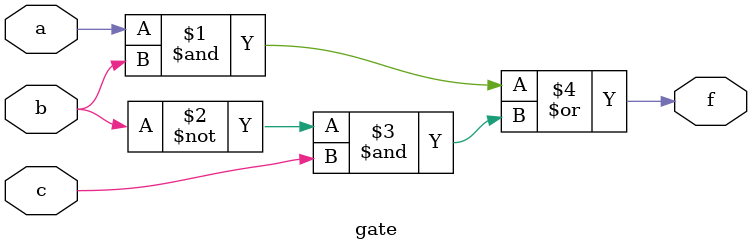
<source format=v>
module gate(a,b,c,f);
	input a,b,c;
	output f;
	assign f = (a&b)|(~b&c);
endmodule

</source>
